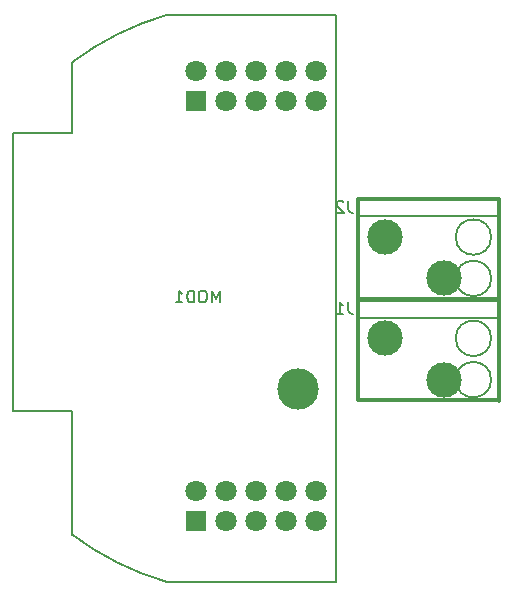
<source format=gbr>
%TF.GenerationSoftware,KiCad,Pcbnew,6.0.11-2627ca5db0~126~ubuntu22.04.1*%
%TF.CreationDate,2023-12-06T09:34:45+01:00*%
%TF.ProjectId,heatervalve-interface,68656174-6572-4766-916c-76652d696e74,A*%
%TF.SameCoordinates,Original*%
%TF.FileFunction,Legend,Bot*%
%TF.FilePolarity,Positive*%
%FSLAX46Y46*%
G04 Gerber Fmt 4.6, Leading zero omitted, Abs format (unit mm)*
G04 Created by KiCad (PCBNEW 6.0.11-2627ca5db0~126~ubuntu22.04.1) date 2023-12-06 09:34:45*
%MOMM*%
%LPD*%
G01*
G04 APERTURE LIST*
%ADD10C,0.150000*%
%ADD11C,0.300000*%
%ADD12R,1.800000X1.800000*%
%ADD13C,1.800000*%
%ADD14C,3.500000*%
%ADD15C,3.000000*%
G04 APERTURE END LIST*
D10*
%TO.C,MOD1*%
X124552333Y-102102380D02*
X124552333Y-101102380D01*
X124219000Y-101816666D01*
X123885666Y-101102380D01*
X123885666Y-102102380D01*
X123219000Y-101102380D02*
X123028523Y-101102380D01*
X122933285Y-101150000D01*
X122838047Y-101245238D01*
X122790428Y-101435714D01*
X122790428Y-101769047D01*
X122838047Y-101959523D01*
X122933285Y-102054761D01*
X123028523Y-102102380D01*
X123219000Y-102102380D01*
X123314238Y-102054761D01*
X123409476Y-101959523D01*
X123457095Y-101769047D01*
X123457095Y-101435714D01*
X123409476Y-101245238D01*
X123314238Y-101150000D01*
X123219000Y-101102380D01*
X122361857Y-102102380D02*
X122361857Y-101102380D01*
X122123761Y-101102380D01*
X121980904Y-101150000D01*
X121885666Y-101245238D01*
X121838047Y-101340476D01*
X121790428Y-101530952D01*
X121790428Y-101673809D01*
X121838047Y-101864285D01*
X121885666Y-101959523D01*
X121980904Y-102054761D01*
X122123761Y-102102380D01*
X122361857Y-102102380D01*
X120838047Y-102102380D02*
X121409476Y-102102380D01*
X121123761Y-102102380D02*
X121123761Y-101102380D01*
X121219000Y-101245238D01*
X121314238Y-101340476D01*
X121409476Y-101388095D01*
%TO.C,J1*%
X135461333Y-102068380D02*
X135461333Y-102782666D01*
X135508952Y-102925523D01*
X135604190Y-103020761D01*
X135747047Y-103068380D01*
X135842285Y-103068380D01*
X134461333Y-103068380D02*
X135032761Y-103068380D01*
X134747047Y-103068380D02*
X134747047Y-102068380D01*
X134842285Y-102211238D01*
X134937523Y-102306476D01*
X135032761Y-102354095D01*
%TO.C,J2*%
X135461333Y-93497380D02*
X135461333Y-94211666D01*
X135508952Y-94354523D01*
X135604190Y-94449761D01*
X135747047Y-94497380D01*
X135842285Y-94497380D01*
X135032761Y-93592619D02*
X134985142Y-93545000D01*
X134889904Y-93497380D01*
X134651809Y-93497380D01*
X134556571Y-93545000D01*
X134508952Y-93592619D01*
X134461333Y-93687857D01*
X134461333Y-93783095D01*
X134508952Y-93925952D01*
X135080380Y-94497380D01*
X134461333Y-94497380D01*
%TO.C,MOD1*%
X107069000Y-87740000D02*
X107069000Y-111270000D01*
X112069000Y-81760000D02*
X112069000Y-87740000D01*
X134384000Y-125770000D02*
X120069000Y-125770000D01*
X112069000Y-87740000D02*
X107069000Y-87740000D01*
X134384000Y-77770000D02*
X134384000Y-125770000D01*
X112069000Y-111270000D02*
X112069000Y-116340000D01*
X112069000Y-121765000D02*
X112069000Y-116340000D01*
X120069000Y-77770000D02*
X134384000Y-77770000D01*
X107069000Y-111270000D02*
X112069000Y-111270000D01*
X112069000Y-121770000D02*
G75*
G03*
X120065322Y-125768927I15000004J20000008D01*
G01*
X120069000Y-77770000D02*
G75*
G03*
X112070058Y-81769206I6999998J-23999998D01*
G01*
D11*
%TO.C,J1*%
X136240000Y-110397000D02*
X136240000Y-101897000D01*
X148240000Y-101897000D02*
X148240000Y-110447000D01*
D10*
X136240000Y-103397000D02*
X148240000Y-103397000D01*
D11*
X136240000Y-101897000D02*
X148240000Y-101897000D01*
X136240000Y-110397000D02*
X148240000Y-110397000D01*
D10*
X147540000Y-108647000D02*
G75*
G03*
X147540000Y-108647000I-1500000J0D01*
G01*
X147540000Y-105147000D02*
G75*
G03*
X147540000Y-105147000I-1500000J0D01*
G01*
D11*
%TO.C,J2*%
X136240000Y-93326000D02*
X148240000Y-93326000D01*
D10*
X136240000Y-94826000D02*
X148240000Y-94826000D01*
D11*
X136240000Y-101826000D02*
X136240000Y-93326000D01*
X148240000Y-93326000D02*
X148240000Y-101876000D01*
X136240000Y-101826000D02*
X148240000Y-101826000D01*
D10*
X147540000Y-100076000D02*
G75*
G03*
X147540000Y-100076000I-1500000J0D01*
G01*
X147540000Y-96576000D02*
G75*
G03*
X147540000Y-96576000I-1500000J0D01*
G01*
%TD*%
D12*
%TO.C,MOD1*%
X122565000Y-85090000D03*
D13*
X122565000Y-82550000D03*
X125105000Y-85090000D03*
X125105000Y-82550000D03*
X127645000Y-85090000D03*
X127645000Y-82550000D03*
X130185000Y-85090000D03*
X130185000Y-82550000D03*
X132715000Y-85090000D03*
X132715000Y-82550000D03*
D12*
X122565000Y-120650000D03*
D13*
X122565000Y-118110000D03*
X125105000Y-120650000D03*
X125105000Y-118110000D03*
X127645000Y-120650000D03*
X127645000Y-118110000D03*
X130185000Y-120650000D03*
X130185000Y-118110000D03*
X132715000Y-120650000D03*
X132715000Y-118110000D03*
D14*
X131201000Y-109474000D03*
%TD*%
D15*
%TO.C,J1*%
X143540000Y-108647000D03*
X138540000Y-105147000D03*
%TD*%
%TO.C,J2*%
X143540000Y-100076000D03*
X138540000Y-96576000D03*
%TD*%
M02*

</source>
